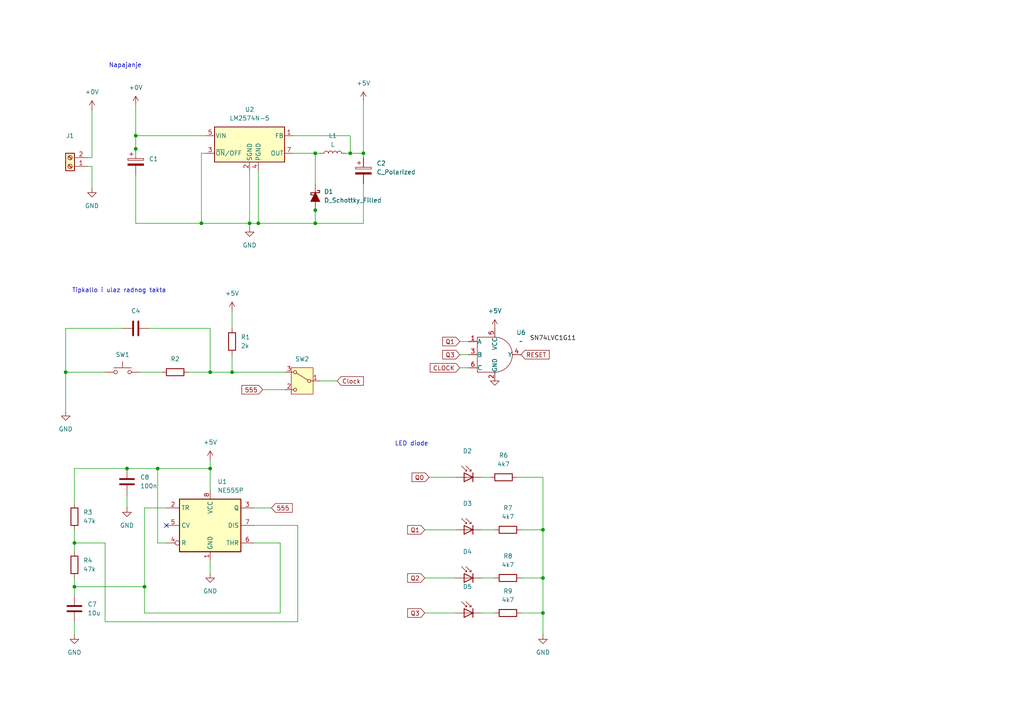
<source format=kicad_sch>
(kicad_sch (version 20250114) (generator "eeschema") (generator_version "9.0")
  (paper "A4")
  (lib_symbols
    (symbol "Connector:Screw_Terminal_01x02" (pin_names (offset 1.016) (hide yes))
      (property "Reference" "J" (at 0 2.54 0))
      (property "Value" "Screw_Terminal_01x02" (at 0 -5.08 0))
      (symbol "Screw_Terminal_01x02_1_1"
        (rectangle (start -1.27 1.27) (end 1.27 -3.81) (stroke (width 0.254)) (fill (type background)))
        (polyline (pts (xy -0.5334 0.3302) (xy 0.3302 -0.508)) (stroke (width 0.1524)))
        (polyline (pts (xy -0.5334 -2.2098) (xy 0.3302 -3.048)) (stroke (width 0.1524)))
        (polyline (pts (xy -0.3556 0.508) (xy 0.508 -0.3302)) (stroke (width 0.1524)))
        (polyline (pts (xy -0.3556 -2.032) (xy 0.508 -2.8702)) (stroke (width 0.1524)))
        (circle (center 0 0) (radius 0.635) (stroke (width 0.1524)))
        (circle (center 0 -2.54) (radius 0.635) (stroke (width 0.1524)))
        (pin passive line (at -5.08 0 0) (length 3.81) (name "Pin_1") (number "1"))
        (pin passive line (at -5.08 -2.54 0) (length 3.81) (name "Pin_2") (number "2"))
      )
    )
    (symbol "Device:C" (pin_numbers (hide yes)) (pin_names (offset 0.254))
      (property "Reference" "C" (at 0.635 2.54 0))
      (property "Value" "C" (at 0.635 -2.54 0))
      (symbol "C_0_1"
        (polyline (pts (xy -2.032 0.762) (xy 2.032 0.762)) (stroke (width 0.508)))
        (polyline (pts (xy -2.032 -0.762) (xy 2.032 -0.762)) (stroke (width 0.508)))
      )
      (symbol "C_1_1"
        (pin passive line (at 0 3.81 270) (length 2.794) (name "~") (number "1"))
        (pin passive line (at 0 -3.81 90) (length 2.794) (name "~") (number "2"))
      )
    )
    (symbol "Device:C_Polarized" (pin_numbers (hide yes)) (pin_names (offset 0.254))
      (property "Reference" "C" (at 0.635 2.54 0))
      (property "Value" "C_Polarized" (at 0.635 -2.54 0))
      (symbol "C_Polarized_0_1"
        (rectangle (start -2.286 0.508) (end 2.286 1.016))
        (polyline (pts (xy -1.778 2.286) (xy -0.762 2.286)))
        (polyline (pts (xy -1.27 2.794) (xy -1.27 1.778)))
        (rectangle (start 2.286 -0.508) (end -2.286 -1.016) (fill (type outline)))
      )
      (symbol "C_Polarized_1_1"
        (pin passive line (at 0 3.81 270) (length 2.794) (name "~") (number "1"))
        (pin passive line (at 0 -3.81 90) (length 2.794) (name "~") (number "2"))
      )
    )
    (symbol "Device:D_Photo" (pin_numbers (hide yes)) (pin_names (hide yes))
      (property "Reference" "D" (at 0.508 1.778 0))
      (property "Value" "D_Photo" (at -1.016 -2.794 0))
      (symbol "D_Photo_0_1"
        (polyline (pts (xy -2.54 1.27) (xy -2.54 -1.27)) (stroke (width 0.254)))
        (polyline (pts (xy -2.032 1.778) (xy -1.524 1.778)))
        (polyline (pts (xy -0.508 3.302) (xy -2.032 1.778) (xy -2.032 2.286)))
        (polyline (pts (xy 0 0) (xy -2.54 0)))
        (polyline (pts (xy 0 -1.27) (xy 0 1.27) (xy -2.54 0) (xy 0 -1.27)) (stroke (width 0.254)))
        (polyline (pts (xy 0.762 3.302) (xy -0.762 1.778) (xy -0.762 2.286) (xy -0.762 1.778) (xy -0.254 1.778)))
      )
      (symbol "D_Photo_1_1"
        (pin passive line (at -5.08 0 0) (length 2.54) (name "K") (number "1"))
        (pin passive line (at 2.54 0 180) (length 2.54) (name "A") (number "2"))
      )
    )
    (symbol "Device:D_Schottky_Filled" (pin_numbers (hide yes)) (pin_names (offset 1.016) (hide yes))
      (property "Reference" "D" (at 0 2.54 0))
      (property "Value" "D_Schottky_Filled" (at 0 -2.54 0))
      (symbol "D_Schottky_Filled_0_1"
        (polyline (pts (xy -1.905 0.635) (xy -1.905 1.27) (xy -1.27 1.27) (xy -1.27 -1.27) (xy -0.635 -1.27) (xy -0.635 -0.635)) (stroke (width 0.254)))
        (polyline (pts (xy 1.27 1.27) (xy 1.27 -1.27) (xy -1.27 0) (xy 1.27 1.27)) (stroke (width 0.254)) (fill (type outline)))
        (polyline (pts (xy 1.27 0) (xy -1.27 0)))
      )
      (symbol "D_Schottky_Filled_1_1"
        (pin passive line (at -3.81 0 0) (length 2.54) (name "K") (number "1"))
        (pin passive line (at 3.81 0 180) (length 2.54) (name "A") (number "2"))
      )
    )
    (symbol "Device:L" (pin_numbers (hide yes)) (pin_names (offset 1.016) (hide yes))
      (property "Reference" "L" (at -1.27 0 90))
      (property "Value" "L" (at 1.905 0 90))
      (symbol "L_0_1"
        (arc (start 0 2.54) (mid 0.6323 1.905) (end 0 1.27))
        (arc (start 0 1.27) (mid 0.6323 0.635) (end 0 0))
        (arc (start 0 0) (mid 0.6323 -0.635) (end 0 -1.27))
        (arc (start 0 -1.27) (mid 0.6323 -1.905) (end 0 -2.54))
      )
      (symbol "L_1_1"
        (pin passive line (at 0 3.81 270) (length 1.27) (name "1") (number "1"))
        (pin passive line (at 0 -3.81 90) (length 1.27) (name "2") (number "2"))
      )
    )
    (symbol "Device:R" (pin_numbers (hide yes)) (pin_names (offset 0))
      (property "Reference" "R" (at 2.032 0 90))
      (property "Value" "R" (at 0 0 90))
      (symbol "R_0_1"
        (rectangle (start -1.016 -2.54) (end 1.016 2.54) (stroke (width 0.254)))
      )
      (symbol "R_1_1"
        (pin passive line (at 0 3.81 270) (length 1.27) (name "~") (number "1"))
        (pin passive line (at 0 -3.81 90) (length 1.27) (name "~") (number "2"))
      )
    )
    (symbol "Regulator_Switching:LM2574N-5" (pin_names (offset 0.254))
      (property "Reference" "U" (at -10.16 6.35 0))
      (property "Value" "LM2574N-5" (at 0 6.35 0))
      (symbol "LM2574N-5_0_1"
        (rectangle (start -10.16 5.08) (end 10.16 -5.08) (stroke (width 0.254)) (fill (type background)))
      )
      (symbol "LM2574N-5_1_1"
        (pin power_in line (at -12.7 2.54 0) (length 2.54) (name "VIN") (number "5"))
        (pin input line (at -12.7 -2.54 0) (length 2.54) (name "~{ON}/OFF") (number "3"))
        (pin no_connect line (at -10.16 0 0) (length 2.54) (hide yes) (name "NC") (number "6"))
        (pin power_in line (at 0 -7.62 90) (length 2.54) (name "SGND") (number "2"))
        (pin power_in line (at 2.54 -7.62 90) (length 2.54) (name "PGND") (number "4"))
        (pin no_connect line (at 10.16 0 180) (length 2.54) (hide yes) (name "NC") (number "8"))
        (pin input line (at 12.7 2.54 180) (length 2.54) (name "FB") (number "1"))
        (pin output line (at 12.7 -2.54 180) (length 2.54) (name "OUT") (number "7"))
      )
    )
    (symbol "SOT-23-6:SN74LVC1G11" (pin_names (offset 0.0001))
      (property "Reference" "U?" (at 0 0 0))
      (symbol "SN74LVC1G11_0_1"
        (polyline (pts (xy -7.62 -2.54) (xy -7.62 -12.7)))
        (polyline (pts (xy -7.62 -12.7) (xy -2.54 -12.7)))
      )
      (symbol "SN74LVC1G11_1_1"
        (polyline (pts (xy -7.62 -2.54) (xy -2.54 -2.54)) (fill (type color) (color 255 78 15 1)))
        (arc (start -2.54 -2.54) (mid 2.54 -7.62) (end -2.54 -12.7))
        (arc (start -1.27 -3.81) (mid -1.27 -3.81) (end -1.27 -3.81))
        (pin input line (at -10.16 -3.81 0) (length 2.54) (name "A") (number "1"))
        (pin input line (at -10.16 -7.62 0) (length 2.54) (name "B") (number "3"))
        (pin input line (at -10.16 -11.43 0) (length 2.54) (name "C") (number "6"))
        (pin power_in line (at -2.54 0 270) (length 2.54) (name "VCC") (number "5"))
        (pin power_out line (at -2.54 -15.24 90) (length 2.54) (name "GND") (number "2"))
        (pin output line (at 5.08 -7.62 180) (length 2.54) (name "Y") (number "4"))
      )
    )
    (symbol "Simulation_SPICE:0" (power) (pin_numbers (hide yes)) (pin_names (offset 0) (hide yes))
      (property "Value" "0" (at 0 -2.54 0))
      (symbol "0_0_1"
        (polyline (pts (xy -1.27 0) (xy 0 -1.27) (xy 1.27 0) (xy -1.27 0)))
      )
      (symbol "0_1_1"
        (pin power_in line (at 0 0 0) (length 0) (name "~") (number "1"))
      )
    )
    (symbol "Switch:SW_Push" (pin_numbers (hide yes)) (pin_names (offset 1.016) (hide yes))
      (property "Reference" "SW" (at 1.27 2.54 0))
      (property "Value" "SW_Push" (at 0 -1.524 0))
      (symbol "SW_Push_0_1"
        (circle (center -2.032 0) (radius 0.508))
        (polyline (pts (xy 0 1.27) (xy 0 3.048)))
        (circle (center 2.032 0) (radius 0.508))
        (polyline (pts (xy 2.54 1.27) (xy -2.54 1.27)))
        (pin passive line (at -5.08 0 0) (length 2.54) (name "1") (number "1"))
        (pin passive line (at 5.08 0 180) (length 2.54) (name "2") (number "2"))
      )
    )
    (symbol "Switch:SW_SPDT_312" (pin_names (offset 1) (hide yes))
      (property "Reference" "SW" (at 0 5.08 0))
      (property "Value" "SW_SPDT_312" (at 0 -5.08 0))
      (symbol "SW_SPDT_312_0_1"
        (circle (center -2.032 0) (radius 0.4572))
        (polyline (pts (xy -1.651 0.254) (xy 1.651 2.286)))
        (circle (center 2.032 2.54) (radius 0.4572))
        (circle (center 2.032 -2.54) (radius 0.4572))
      )
      (symbol "SW_SPDT_312_1_1"
        (rectangle (start -3.175 3.81) (end 3.175 -3.81) (fill (type background)))
        (pin passive line (at -5.08 0 0) (length 2.54) (name "B") (number "1"))
        (pin passive line (at 5.08 2.54 180) (length 2.54) (name "A") (number "3"))
        (pin passive line (at 5.08 -2.54 180) (length 2.54) (name "C") (number "2"))
      )
    )
    (symbol "Timer:NE555P"
      (property "Reference" "U" (at -10.16 8.89 0))
      (property "Value" "NE555P" (at 2.54 8.89 0))
      (symbol "NE555P_0_0"
        (pin power_in line (at 0 10.16 270) (length 2.54) (name "VCC") (number "8"))
        (pin power_in line (at 0 -10.16 90) (length 2.54) (name "GND") (number "1"))
      )
      (symbol "NE555P_0_1"
        (rectangle (start -8.89 -7.62) (end 8.89 7.62) (stroke (width 0.254)) (fill (type background)))
        (rectangle (start -8.89 -7.62) (end 8.89 7.62) (stroke (width 0.254)) (fill (type background)))
      )
      (symbol "NE555P_1_1"
        (pin input line (at -12.7 5.08 0) (length 3.81) (name "TR") (number "2"))
        (pin input line (at -12.7 0 0) (length 3.81) (name "CV") (number "5"))
        (pin input inverted (at -12.7 -5.08 0) (length 3.81) (name "R") (number "4"))
        (pin output line (at 12.7 5.08 180) (length 3.81) (name "Q") (number "3"))
        (pin input line (at 12.7 0 180) (length 3.81) (name "DIS") (number "7"))
        (pin input line (at 12.7 -5.08 180) (length 3.81) (name "THR") (number "6"))
      )
    )
    (symbol "power:+5V" (power) (pin_numbers (hide yes)) (pin_names (offset 0) (hide yes))
      (property "Value" "+5V" (at 0 3.556 0))
      (symbol "+5V_0_1"
        (polyline (pts (xy -0.762 1.27) (xy 0 2.54)))
        (polyline (pts (xy 0 2.54) (xy 0.762 1.27)))
        (polyline (pts (xy 0 0) (xy 0 2.54)))
      )
      (symbol "+5V_1_1"
        (pin power_in line (at 0 0 90) (length 0) (name "~") (number "1"))
      )
    )
    (symbol "power:GND" (power) (pin_numbers (hide yes)) (pin_names (offset 0) (hide yes))
      (property "Value" "GND" (at 0 -3.81 0))
      (symbol "GND_0_1"
        (polyline (pts (xy 0 0) (xy 0 -1.27) (xy 1.27 -1.27) (xy 0 -2.54) (xy -1.27 -1.27) (xy 0 -1.27)))
      )
      (symbol "GND_1_1"
        (pin power_in line (at 0 0 270) (length 0) (name "~") (number "1"))
      )
    )
  )
  (text "Napajanje" (at 36.322 19.05 0) (effects (font (size 1.27 1.27))))
  (text "LED diode" (at 119.38 128.778 0) (effects (font (size 1.27 1.27))))
  (text "Tipkallo i ulaz radnog takta" (at 34.544 84.328 0) (effects (font (size 1.27 1.27))))
  (junction (at 58.42 64.77))
  (junction (at 39.37 39.37))
  (junction (at 157.48 167.64))
  (junction (at 105.41 44.45))
  (junction (at 157.48 153.67))
  (junction (at 21.59 170.18))
  (junction (at 39.37 43.18))
  (junction (at 157.48 177.8))
  (junction (at 60.96 135.89))
  (junction (at 101.6 44.45))
  (junction (at 91.44 60.96))
  (junction (at 74.93 64.77))
  (junction (at 21.59 157.48))
  (junction (at 45.72 135.89))
  (junction (at 19.05 107.95))
  (junction (at 72.39 64.77))
  (junction (at 91.44 64.77))
  (junction (at 91.44 44.45))
  (junction (at 67.31 107.95))
  (junction (at 41.91 170.18))
  (junction (at 60.96 107.95))
  (junction (at 36.83 135.89))
  (no_connect (at 48.26 152.4))
  (wire (pts (xy 124.46 138.43) (xy 132.08 138.43)))
  (wire (pts (xy 157.48 177.8) (xy 157.48 167.64)))
  (wire (pts (xy 39.37 39.37) (xy 39.37 43.18)))
  (wire (pts (xy 86.36 180.34) (xy 86.36 152.4)))
  (wire (pts (xy 30.48 180.34) (xy 86.36 180.34)))
  (wire (pts (xy 36.83 135.89) (xy 21.59 135.89)))
  (wire (pts (xy 40.64 107.95) (xy 46.99 107.95)))
  (wire (pts (xy 139.7 153.67) (xy 143.51 153.67)))
  (wire (pts (xy 26.67 45.72) (xy 26.67 31.75)))
  (wire (pts (xy 19.05 119.38) (xy 19.05 107.95)))
  (wire (pts (xy 48.26 147.32) (xy 41.91 147.32)))
  (wire (pts (xy 73.66 147.32) (xy 78.74 147.32)))
  (wire (pts (xy 139.7 138.43) (xy 142.24 138.43)))
  (wire (pts (xy 74.93 49.53) (xy 74.93 64.77)))
  (wire (pts (xy 41.91 170.18) (xy 41.91 177.8)))
  (wire (pts (xy 151.13 167.64) (xy 157.48 167.64)))
  (wire (pts (xy 151.13 153.67) (xy 157.48 153.67)))
  (wire (pts (xy 30.48 157.48) (xy 30.48 180.34)))
  (wire (pts (xy 76.2 113.03) (xy 82.55 113.03)))
  (wire (pts (xy 60.96 133.35) (xy 60.96 135.89)))
  (wire (pts (xy 36.83 143.51) (xy 36.83 147.32)))
  (wire (pts (xy 25.4 48.26) (xy 26.67 48.26)))
  (wire (pts (xy 123.19 167.64) (xy 132.08 167.64)))
  (wire (pts (xy 39.37 64.77) (xy 58.42 64.77)))
  (wire (pts (xy 105.41 44.45) (xy 105.41 45.72)))
  (wire (pts (xy 60.96 135.89) (xy 60.96 142.24)))
  (wire (pts (xy 91.44 44.45) (xy 92.71 44.45)))
  (wire (pts (xy 21.59 135.89) (xy 21.59 146.05)))
  (wire (pts (xy 133.35 102.87) (xy 135.89 102.87)))
  (wire (pts (xy 72.39 64.77) (xy 72.39 66.04)))
  (wire (pts (xy 67.31 102.87) (xy 67.31 107.95)))
  (wire (pts (xy 60.96 95.25) (xy 60.96 107.95)))
  (wire (pts (xy 74.93 64.77) (xy 91.44 64.77)))
  (wire (pts (xy 92.71 110.49) (xy 97.79 110.49)))
  (wire (pts (xy 91.44 53.34) (xy 91.44 44.45)))
  (wire (pts (xy 21.59 170.18) (xy 41.91 170.18)))
  (wire (pts (xy 45.72 135.89) (xy 45.72 157.48)))
  (wire (pts (xy 39.37 43.18) (xy 39.37 45.72)))
  (wire (pts (xy 91.44 59.69) (xy 91.44 60.96)))
  (wire (pts (xy 105.41 64.77) (xy 105.41 53.34)))
  (wire (pts (xy 60.96 162.56) (xy 60.96 166.37)))
  (wire (pts (xy 45.72 135.89) (xy 60.96 135.89)))
  (wire (pts (xy 85.09 44.45) (xy 91.44 44.45)))
  (wire (pts (xy 19.05 107.95) (xy 30.48 107.95)))
  (wire (pts (xy 133.35 99.06) (xy 135.89 99.06)))
  (wire (pts (xy 39.37 50.8) (xy 39.37 64.77)))
  (wire (pts (xy 72.39 64.77) (xy 74.93 64.77)))
  (wire (pts (xy 133.35 106.68) (xy 135.89 106.68)))
  (wire (pts (xy 100.33 44.45) (xy 101.6 44.45)))
  (wire (pts (xy 85.09 39.37) (xy 101.6 39.37)))
  (wire (pts (xy 54.61 107.95) (xy 60.96 107.95)))
  (wire (pts (xy 157.48 167.64) (xy 157.48 153.67)))
  (wire (pts (xy 101.6 39.37) (xy 101.6 44.45)))
  (wire (pts (xy 123.19 153.67) (xy 132.08 153.67)))
  (wire (pts (xy 59.69 44.45) (xy 58.42 44.45)))
  (wire (pts (xy 60.96 107.95) (xy 67.31 107.95)))
  (wire (pts (xy 19.05 107.95) (xy 19.05 95.25)))
  (wire (pts (xy 25.4 45.72) (xy 26.67 45.72)))
  (wire (pts (xy 48.26 157.48) (xy 45.72 157.48)))
  (wire (pts (xy 123.19 177.8) (xy 132.08 177.8)))
  (wire (pts (xy 21.59 153.67) (xy 21.59 157.48)))
  (wire (pts (xy 43.18 95.25) (xy 60.96 95.25)))
  (wire (pts (xy 81.28 157.48) (xy 73.66 157.48)))
  (wire (pts (xy 91.44 64.77) (xy 105.41 64.77)))
  (wire (pts (xy 91.44 60.96) (xy 91.44 64.77)))
  (wire (pts (xy 67.31 107.95) (xy 82.55 107.95)))
  (wire (pts (xy 151.13 177.8) (xy 157.48 177.8)))
  (wire (pts (xy 139.7 177.8) (xy 143.51 177.8)))
  (wire (pts (xy 72.39 49.53) (xy 72.39 64.77)))
  (wire (pts (xy 21.59 180.34) (xy 21.59 184.15)))
  (wire (pts (xy 26.67 48.26) (xy 26.67 54.61)))
  (wire (pts (xy 81.28 177.8) (xy 81.28 157.48)))
  (wire (pts (xy 21.59 157.48) (xy 30.48 157.48)))
  (wire (pts (xy 41.91 177.8) (xy 81.28 177.8)))
  (wire (pts (xy 101.6 44.45) (xy 105.41 44.45)))
  (wire (pts (xy 39.37 30.48) (xy 39.37 39.37)))
  (wire (pts (xy 139.7 167.64) (xy 143.51 167.64)))
  (wire (pts (xy 157.48 184.15) (xy 157.48 177.8)))
  (wire (pts (xy 21.59 157.48) (xy 21.59 160.02)))
  (wire (pts (xy 67.31 90.17) (xy 67.31 95.25)))
  (wire (pts (xy 105.41 29.21) (xy 105.41 44.45)))
  (wire (pts (xy 86.36 152.4) (xy 73.66 152.4)))
  (wire (pts (xy 36.83 135.89) (xy 45.72 135.89)))
  (wire (pts (xy 58.42 64.77) (xy 72.39 64.77)))
  (wire (pts (xy 58.42 44.45) (xy 58.42 64.77)))
  (wire (pts (xy 21.59 170.18) (xy 21.59 172.72)))
  (wire (pts (xy 19.05 95.25) (xy 35.56 95.25)))
  (wire (pts (xy 157.48 138.43) (xy 149.86 138.43)))
  (wire (pts (xy 157.48 153.67) (xy 157.48 138.43)))
  (wire (pts (xy 21.59 167.64) (xy 21.59 170.18)))
  (wire (pts (xy 41.91 147.32) (xy 41.91 170.18)))
  (wire (pts (xy 39.37 39.37) (xy 59.69 39.37)))
  (label "SN74LVC1G11" (at 153.67 99.06 0))
  (global_label "Q1" (shape input) (at 123.19 153.67 180) (property "Intersheetrefs" "${INTERSHEET_REFS}" (effects (hide yes))))
  (global_label "Clock" (shape input) (at 97.79 110.49 0) (property "Intersheetrefs" "${INTERSHEET_REFS}" (effects (hide yes))))
  (global_label "Q3" (shape input) (at 123.19 177.8 180) (property "Intersheetrefs" "${INTERSHEET_REFS}" (effects (hide yes))))
  (global_label "Q3" (shape input) (at 133.35 102.87 180) (property "Intersheetrefs" "${INTERSHEET_REFS}" (effects (hide yes))))
  (global_label "Q0" (shape input) (at 124.46 138.43 180) (property "Intersheetrefs" "${INTERSHEET_REFS}" (effects (hide yes))))
  (global_label "555" (shape input) (at 76.2 113.03 180) (property "Intersheetrefs" "${INTERSHEET_REFS}" (effects (hide yes))))
  (global_label "RESET" (shape input) (at 151.13 102.87 0) (property "Intersheetrefs" "${INTERSHEET_REFS}" (effects (hide yes))))
  (global_label "Q1" (shape input) (at 133.35 99.06 180) (property "Intersheetrefs" "${INTERSHEET_REFS}" (effects (hide yes))))
  (global_label "Q2" (shape input) (at 123.19 167.64 180) (property "Intersheetrefs" "${INTERSHEET_REFS}" (effects (hide yes))))
  (global_label "555" (shape input) (at 78.74 147.32 0) (property "Intersheetrefs" "${INTERSHEET_REFS}" (effects (hide yes))))
  (global_label "CLOCK" (shape input) (at 133.35 106.68 180) (property "Intersheetrefs" "${INTERSHEET_REFS}" (effects (hide yes))))
  (symbol (lib_id "Device:R") (at 50.8 107.95 270) (unit 1)
    (property "Reference" "R2" (at 50.8 104.14 90))
    (property "Value" "R2" (effects (hide yes)))
    (property "Description" "Resistor" (effects (hide yes)))
  )
  (symbol (lib_id "Device:D_Photo") (at 134.62 138.43 0) (mirror y) (unit 1)
    (property "Reference" "D2" (at 135.5725 130.81 0))
    (property "Value" "D_Photo" (effects (hide yes)))
    (property "Description" "Photodiode" (effects (hide yes)))
  )
  (symbol (lib_id "Device:R") (at 21.59 163.83 0) (unit 1)
    (property "Reference" "R4" (at 24.13 162.5599 0) (effects (justify left)))
    (property "Value" "47k" (at 24.13 165.0999 0) (effects (justify left)))
    (property "Description" "Resistor" (effects (hide yes)))
  )
  (symbol (lib_id "Regulator_Switching:LM2574N-5") (at 72.39 41.91 0) (unit 1)
    (property "Reference" "U2" (at 72.39 31.75 0))
    (property "Value" "LM2574N-5" (at 72.39 34.29 0))
    (property "Footprint" "Package_DIP:DIP-8_W7.62mm" (effects (hide yes)))
    (property "Datasheet" "http://www.national.com/ds/LM/LM2574.pdf" (effects (hide yes)))
    (property "Description" "5V, 0.5A SIMPLE SWITCHER® Step-Down Voltage Regulator, DIP-8" (effects (hide yes)))
  )
  (symbol (lib_id "power:GND") (at 157.48 184.15 0) (unit 1)
    (property "Reference" "#PWR012" (effects (hide yes)))
    (property "Value" "GND" (at 157.48 189.23 0))
    (property "Description" "Power symbol creates a global label with name \"GND\" , ground" (effects (hide yes)))
  )
  (symbol (lib_id "Device:R") (at 147.32 153.67 90) (unit 1)
    (property "Reference" "R7" (at 147.32 147.32 90))
    (property "Value" "4k7" (at 147.32 149.86 90))
    (property "Description" "Resistor" (effects (hide yes)))
  )
  (symbol (lib_id "Device:C") (at 21.59 176.53 0) (unit 1)
    (property "Reference" "C7" (at 25.4 175.2599 0) (effects (justify left)))
    (property "Value" "10u" (at 25.4 177.7999 0) (effects (justify left)))
    (property "Description" "Unpolarized capacitor" (effects (hide yes)))
  )
  (symbol (lib_id "Device:D_Photo") (at 134.62 177.8 0) (mirror y) (unit 1)
    (property "Reference" "D5" (at 135.5725 170.18 0))
    (property "Value" "D_Photo" (effects (hide yes)))
    (property "Description" "Photodiode" (effects (hide yes)))
  )
  (symbol (lib_id "Device:L") (at 96.52 44.45 90) (unit 1)
    (property "Reference" "L1" (at 96.52 39.37 90))
    (property "Value" "L" (at 96.52 41.91 90))
    (property "Description" "Inductor" (effects (hide yes)))
  )
  (symbol (lib_id "Device:R") (at 67.31 99.06 0) (unit 1)
    (property "Reference" "R1" (at 69.85 97.7899 0) (effects (justify left)))
    (property "Value" "2k" (at 69.85 100.3299 0) (effects (justify left)))
    (property "Description" "Resistor" (effects (hide yes)))
  )
  (symbol (lib_id "power:GND") (at 60.96 166.37 0) (unit 1)
    (property "Reference" "#PWR02" (effects (hide yes)))
    (property "Value" "GND" (at 60.96 171.45 0))
    (property "Description" "Power symbol creates a global label with name \"GND\" , ground" (effects (hide yes)))
  )
  (symbol (lib_id "Timer:NE555P") (at 60.96 152.4 0) (unit 1)
    (property "Reference" "U1" (at 63.1033 139.7 0) (effects (justify left)))
    (property "Value" "NE555P" (at 63.1033 142.24 0) (effects (justify left)))
    (property "Footprint" "Package_DIP:DIP-8_W7.62mm" (effects (hide yes)))
    (property "Datasheet" "http://www.ti.com/lit/ds/symlink/ne555.pdf" (effects (hide yes)))
    (property "Description" "Precision Timers, 555 compatible,  PDIP-8" (effects (hide yes)))
  )
  (symbol (lib_id "power:+5V") (at 39.37 30.48 0) (unit 1)
    (property "Reference" "#PWR010" (effects (hide yes)))
    (property "Value" "+0V" (at 39.37 25.4 0))
    (property "Description" "Power symbol creates a global label with name \"+5V\"" (effects (hide yes)))
  )
  (symbol (lib_id "Device:C") (at 39.37 95.25 90) (unit 1)
    (property "Reference" "C4" (at 39.37 90.17 90))
    (property "Value" "C4" (effects (hide yes)))
    (property "Description" "Unpolarized capacitor" (effects (hide yes)))
  )
  (symbol (lib_id "Device:C_Polarized") (at 105.41 49.53 0) (unit 1)
    (property "Reference" "C2" (at 109.22 47.3709 0) (effects (justify left)))
    (property "Value" "C_Polarized" (at 109.22 49.9109 0) (effects (justify left)))
    (property "Description" "Polarized capacitor" (effects (hide yes)))
  )
  (symbol (lib_id "Switch:SW_Push") (at 35.56 107.95 0) (unit 1)
    (property "Reference" "SW1" (at 35.56 102.87 0))
    (property "Value" "SW1" (effects (hide yes)))
    (property "Description" "Push button switch, generic, two pins" (effects (hide yes)))
  )
  (symbol (lib_id "Device:C") (at 36.83 139.7 0) (unit 1)
    (property "Reference" "C8" (at 40.64 138.4299 0) (effects (justify left)))
    (property "Value" "100n" (at 40.64 140.9699 0) (effects (justify left)))
    (property "Description" "Unpolarized capacitor" (effects (hide yes)))
  )
  (symbol (lib_id "Device:R") (at 147.32 167.64 90) (unit 1)
    (property "Reference" "R8" (at 147.32 161.29 90))
    (property "Value" "4k7" (at 147.32 163.83 90))
    (property "Description" "Resistor" (effects (hide yes)))
  )
  (symbol (lib_id "power:GND") (at 21.59 184.15 0) (unit 1)
    (property "Reference" "#PWR04" (effects (hide yes)))
    (property "Value" "GND" (at 21.59 189.23 0))
    (property "Description" "Power symbol creates a global label with name \"GND\" , ground" (effects (hide yes)))
  )
  (symbol (lib_id "Simulation_SPICE:0") (at 143.51 110.49 0) (unit 1)
    (property "Reference" "#GND" (effects (hide yes)))
    (property "Datasheet" "https://ngspice.sourceforge.io/docs/ngspice-html-manual/manual.xhtml#subsec_Circuit_elements__device" (effects (hide yes)))
    (property "Description" "0V reference potential for simulation" (effects (hide yes)))
  )
  (symbol (lib_id "power:+5V") (at 67.31 90.17 0) (unit 1)
    (property "Reference" "#PWR06" (effects (hide yes)))
    (property "Value" "+5V" (at 67.31 85.09 0))
    (property "Description" "Power symbol creates a global label with name \"+5V\"" (effects (hide yes)))
  )
  (symbol (lib_id "power:GND") (at 26.67 54.61 0) (unit 1)
    (property "Reference" "#PWR08" (effects (hide yes)))
    (property "Value" "GND" (at 26.67 59.69 0))
    (property "Description" "Power symbol creates a global label with name \"GND\" , ground" (effects (hide yes)))
  )
  (symbol (lib_id "Switch:SW_SPDT_312") (at 87.63 110.49 0) (mirror y) (unit 1)
    (property "Reference" "SW2" (at 87.63 104.14 0))
    (property "Value" "SW_SPDT_312" (effects (hide yes)))
    (property "Description" "Switch, single pole double throw" (effects (hide yes)))
  )
  (symbol (lib_id "Device:D_Schottky_Filled") (at 91.44 57.15 270) (unit 1)
    (property "Reference" "D1" (at 93.98 55.5624 90) (effects (justify left)))
    (property "Value" "D_Schottky_Filled" (at 93.98 58.1024 90) (effects (justify left)))
    (property "Description" "Schottky diode, filled shape" (effects (hide yes)))
  )
  (symbol (lib_id "Device:C_Polarized") (at 39.37 46.99 0) (unit 1)
    (property "Reference" "C1" (at 43.18 46.1009 0) (effects (justify left)))
    (property "Value" "C_Polarized" (effects (hide yes)))
    (property "Description" "Polarized capacitor" (effects (hide yes)))
  )
  (symbol (lib_id "power:+5V") (at 60.96 133.35 0) (unit 1)
    (property "Reference" "#PWR03" (effects (hide yes)))
    (property "Value" "+5V" (at 60.96 128.27 0))
    (property "Description" "Power symbol creates a global label with name \"+5V\"" (effects (hide yes)))
  )
  (symbol (lib_id "Device:R") (at 146.05 138.43 90) (unit 1)
    (property "Reference" "R6" (at 146.05 132.08 90))
    (property "Value" "4k7" (at 146.05 134.62 90))
    (property "Description" "Resistor" (effects (hide yes)))
  )
  (symbol (lib_id "power:GND") (at 19.05 119.38 0) (unit 1)
    (property "Reference" "#PWR05" (effects (hide yes)))
    (property "Value" "GND" (at 19.05 124.46 0))
    (property "Description" "Power symbol creates a global label with name \"GND\" , ground" (effects (hide yes)))
  )
  (symbol (lib_id "Device:D_Photo") (at 134.62 167.64 0) (mirror y) (unit 1)
    (property "Reference" "D4" (at 135.5725 160.02 0))
    (property "Value" "D_Photo" (effects (hide yes)))
    (property "Description" "Photodiode" (effects (hide yes)))
  )
  (symbol (lib_id "power:GND") (at 36.83 147.32 0) (unit 1)
    (property "Reference" "#PWR01" (effects (hide yes)))
    (property "Value" "GND" (at 36.83 152.4 0))
    (property "Description" "Power symbol creates a global label with name \"GND\" , ground" (effects (hide yes)))
  )
  (symbol (lib_id "SOT-23-6:SN74LVC1G11") (at 146.05 95.25 0) (unit 1)
    (property "Reference" "U6" (at 151.13 96.4498 0))
    (property "Value" "~" (at 151.13 98.9898 0))
    (property "Footprint" "Library:SOT-23-6" (effects (hide yes)))
  )
  (symbol (lib_id "Connector:Screw_Terminal_01x02") (at 20.32 48.26 180) (unit 1)
    (property "Reference" "J1" (at 20.32 39.37 0))
    (property "Value" "Screw_Terminal_01x02" (effects (hide yes)))
    (property "Description" "Generic screw terminal, single row, 01x02, script generated (kicad-library-utils/schlib/autogen/connector/)" (effects (hide yes)))
  )
  (symbol (lib_id "Device:D_Photo") (at 134.62 153.67 0) (mirror y) (unit 1)
    (property "Reference" "D3" (at 135.5725 146.05 0))
    (property "Value" "D_Photo" (effects (hide yes)))
    (property "Description" "Photodiode" (effects (hide yes)))
  )
  (symbol (lib_id "power:+5V") (at 143.51 95.25 0) (unit 1)
    (property "Reference" "#PWR013" (effects (hide yes)))
    (property "Value" "+5V" (at 143.51 90.17 0))
    (property "Description" "Power symbol creates a global label with name \"+5V\"" (effects (hide yes)))
  )
  (symbol (lib_id "Device:R") (at 147.32 177.8 90) (unit 1)
    (property "Reference" "R9" (at 147.32 171.45 90))
    (property "Value" "4k7" (at 147.32 173.99 90))
    (property "Description" "Resistor" (effects (hide yes)))
  )
  (symbol (lib_id "power:+5V") (at 26.67 31.75 0) (unit 1)
    (property "Reference" "#PWR011" (effects (hide yes)))
    (property "Value" "+0V" (at 26.67 26.67 0))
    (property "Description" "Power symbol creates a global label with name \"+5V\"" (effects (hide yes)))
  )
  (symbol (lib_id "power:+5V") (at 105.41 29.21 0) (unit 1)
    (property "Reference" "#PWR09" (effects (hide yes)))
    (property "Value" "+5V" (at 105.41 24.13 0))
    (property "Description" "Power symbol creates a global label with name \"+5V\"" (effects (hide yes)))
  )
  (symbol (lib_id "Device:R") (at 21.59 149.86 0) (unit 1)
    (property "Reference" "R3" (at 24.13 148.5899 0) (effects (justify left)))
    (property "Value" "47k" (at 24.13 151.1299 0) (effects (justify left)))
    (property "Description" "Resistor" (effects (hide yes)))
  )
  (symbol (lib_id "power:GND") (at 72.39 66.04 0) (unit 1)
    (property "Reference" "#PWR07" (effects (hide yes)))
    (property "Value" "GND" (at 72.39 71.12 0))
    (property "Description" "Power symbol creates a global label with name \"GND\" , ground" (effects (hide yes)))
  )
)
</source>
